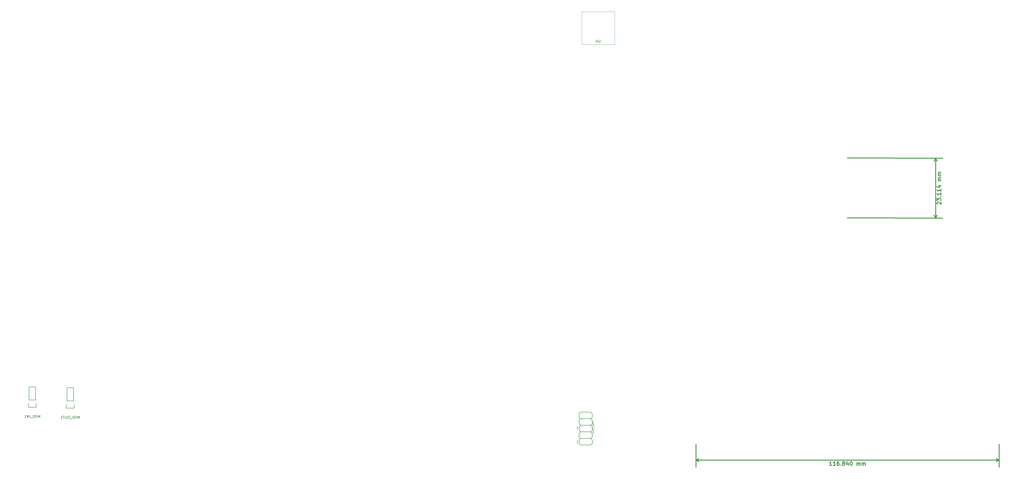
<source format=gbo>
G04 #@! TF.FileFunction,Legend,Bot*
%FSLAX46Y46*%
G04 Gerber Fmt 4.6, Leading zero omitted, Abs format (unit mm)*
G04 Created by KiCad (PCBNEW (2015-10-14 BZR 6269)-product) date Tuesday, October 20, 2015 'PMt' 02:20:26 PM*
%MOMM*%
G01*
G04 APERTURE LIST*
%ADD10C,0.100000*%
%ADD11C,0.300000*%
%ADD12C,0.127000*%
%ADD13C,0.150000*%
%ADD14C,0.070000*%
%ADD15R,2.500000X1.000000*%
%ADD16C,1.524000*%
%ADD17R,3.200000X3.200000*%
%ADD18R,2.286000X1.574800*%
%ADD19O,2.286000X1.574800*%
%ADD20C,1.676400*%
%ADD21R,1.676400X1.676400*%
%ADD22C,3.000000*%
%ADD23R,2.032000X1.727200*%
%ADD24O,2.032000X1.727200*%
%ADD25R,1.250000X3.000000*%
%ADD26R,3.000000X1.250000*%
%ADD27R,1.727200X1.727200*%
%ADD28O,1.727200X1.727200*%
G04 APERTURE END LIST*
D10*
D11*
X80923573Y-161794571D02*
X80066430Y-161794571D01*
X80495002Y-161794571D02*
X80495002Y-160294571D01*
X80352145Y-160508857D01*
X80209287Y-160651714D01*
X80066430Y-160723143D01*
X82352144Y-161794571D02*
X81495001Y-161794571D01*
X81923573Y-161794571D02*
X81923573Y-160294571D01*
X81780716Y-160508857D01*
X81637858Y-160651714D01*
X81495001Y-160723143D01*
X83637858Y-160294571D02*
X83352144Y-160294571D01*
X83209287Y-160366000D01*
X83137858Y-160437429D01*
X82995001Y-160651714D01*
X82923572Y-160937429D01*
X82923572Y-161508857D01*
X82995001Y-161651714D01*
X83066429Y-161723143D01*
X83209287Y-161794571D01*
X83495001Y-161794571D01*
X83637858Y-161723143D01*
X83709287Y-161651714D01*
X83780715Y-161508857D01*
X83780715Y-161151714D01*
X83709287Y-161008857D01*
X83637858Y-160937429D01*
X83495001Y-160866000D01*
X83209287Y-160866000D01*
X83066429Y-160937429D01*
X82995001Y-161008857D01*
X82923572Y-161151714D01*
X84423572Y-161651714D02*
X84495000Y-161723143D01*
X84423572Y-161794571D01*
X84352143Y-161723143D01*
X84423572Y-161651714D01*
X84423572Y-161794571D01*
X85352144Y-160937429D02*
X85209286Y-160866000D01*
X85137858Y-160794571D01*
X85066429Y-160651714D01*
X85066429Y-160580286D01*
X85137858Y-160437429D01*
X85209286Y-160366000D01*
X85352144Y-160294571D01*
X85637858Y-160294571D01*
X85780715Y-160366000D01*
X85852144Y-160437429D01*
X85923572Y-160580286D01*
X85923572Y-160651714D01*
X85852144Y-160794571D01*
X85780715Y-160866000D01*
X85637858Y-160937429D01*
X85352144Y-160937429D01*
X85209286Y-161008857D01*
X85137858Y-161080286D01*
X85066429Y-161223143D01*
X85066429Y-161508857D01*
X85137858Y-161651714D01*
X85209286Y-161723143D01*
X85352144Y-161794571D01*
X85637858Y-161794571D01*
X85780715Y-161723143D01*
X85852144Y-161651714D01*
X85923572Y-161508857D01*
X85923572Y-161223143D01*
X85852144Y-161080286D01*
X85780715Y-161008857D01*
X85637858Y-160937429D01*
X87209286Y-160794571D02*
X87209286Y-161794571D01*
X86852143Y-160223143D02*
X86495000Y-161294571D01*
X87423572Y-161294571D01*
X88280714Y-160294571D02*
X88423571Y-160294571D01*
X88566428Y-160366000D01*
X88637857Y-160437429D01*
X88709286Y-160580286D01*
X88780714Y-160866000D01*
X88780714Y-161223143D01*
X88709286Y-161508857D01*
X88637857Y-161651714D01*
X88566428Y-161723143D01*
X88423571Y-161794571D01*
X88280714Y-161794571D01*
X88137857Y-161723143D01*
X88066428Y-161651714D01*
X87995000Y-161508857D01*
X87923571Y-161223143D01*
X87923571Y-160866000D01*
X87995000Y-160580286D01*
X88066428Y-160437429D01*
X88137857Y-160366000D01*
X88280714Y-160294571D01*
X90566428Y-161794571D02*
X90566428Y-160794571D01*
X90566428Y-160937429D02*
X90637856Y-160866000D01*
X90780714Y-160794571D01*
X90994999Y-160794571D01*
X91137856Y-160866000D01*
X91209285Y-161008857D01*
X91209285Y-161794571D01*
X91209285Y-161008857D02*
X91280714Y-160866000D01*
X91423571Y-160794571D01*
X91637856Y-160794571D01*
X91780714Y-160866000D01*
X91852142Y-161008857D01*
X91852142Y-161794571D01*
X92566428Y-161794571D02*
X92566428Y-160794571D01*
X92566428Y-160937429D02*
X92637856Y-160866000D01*
X92780714Y-160794571D01*
X92994999Y-160794571D01*
X93137856Y-160866000D01*
X93209285Y-161008857D01*
X93209285Y-161794571D01*
X93209285Y-161008857D02*
X93280714Y-160866000D01*
X93423571Y-160794571D01*
X93637856Y-160794571D01*
X93780714Y-160866000D01*
X93852142Y-161008857D01*
X93852142Y-161794571D01*
X28575000Y-159766000D02*
X145415000Y-159766000D01*
X28575000Y-153670000D02*
X28575000Y-162466000D01*
X145415000Y-153670000D02*
X145415000Y-162466000D01*
X145415000Y-159766000D02*
X144288496Y-160352421D01*
X145415000Y-159766000D02*
X144288496Y-159179579D01*
X28575000Y-159766000D02*
X29701504Y-160352421D01*
X28575000Y-159766000D02*
X29701504Y-159179579D01*
X121590228Y-61040734D02*
X121518999Y-60969105D01*
X121447970Y-60826049D01*
X121448968Y-60468908D01*
X121520796Y-60326251D01*
X121592425Y-60255022D01*
X121735481Y-60183994D01*
X121878337Y-60184393D01*
X122092423Y-60256420D01*
X122947165Y-61115955D01*
X122949761Y-60187388D01*
X121451165Y-59683197D02*
X121453760Y-58754629D01*
X122023789Y-59256225D01*
X122024388Y-59041940D01*
X122096216Y-58899283D01*
X122167844Y-58828054D01*
X122310900Y-58757025D01*
X122668042Y-58758024D01*
X122810698Y-58829851D01*
X122881927Y-58901479D01*
X122952956Y-59044535D01*
X122951758Y-59473106D01*
X122879931Y-59615763D01*
X122808302Y-59686991D01*
X122812695Y-58115569D02*
X122884323Y-58044341D01*
X122955551Y-58115968D01*
X122883924Y-58187197D01*
X122812695Y-58115569D01*
X122955551Y-58115968D01*
X122959745Y-56615974D02*
X122957349Y-57473114D01*
X122958547Y-57044543D02*
X121458552Y-57040350D01*
X121672438Y-57183806D01*
X121814895Y-57327062D01*
X121885925Y-57470118D01*
X122963738Y-55187408D02*
X122961342Y-56044548D01*
X122962540Y-55615978D02*
X121462546Y-55611785D01*
X121676432Y-55755240D01*
X121818889Y-55898497D01*
X121889918Y-56041553D01*
X121967336Y-53898904D02*
X122967332Y-53901700D01*
X121394912Y-54254448D02*
X122465337Y-54614585D01*
X122467933Y-53686017D01*
X122972723Y-51973136D02*
X121972727Y-51970341D01*
X122115585Y-51970740D02*
X122044355Y-51899113D01*
X121973326Y-51756055D01*
X121973925Y-51541771D01*
X122045753Y-51399115D01*
X122188809Y-51328085D01*
X122974520Y-51330282D01*
X122188809Y-51328085D02*
X122046153Y-51256257D01*
X121975123Y-51113201D01*
X121975722Y-50898917D01*
X122047550Y-50756259D01*
X122190606Y-50685231D01*
X122976317Y-50687427D01*
X122978314Y-49973144D02*
X121978318Y-49970348D01*
X122121175Y-49970748D02*
X122049946Y-49899120D01*
X121978917Y-49756063D01*
X121979516Y-49541779D01*
X122051344Y-49399122D01*
X122194400Y-49328093D01*
X122980111Y-49330289D01*
X122194400Y-49328093D02*
X122051743Y-49256265D01*
X121980714Y-49113209D01*
X121981313Y-48898925D01*
X122053141Y-48756267D01*
X122196197Y-48685238D01*
X122981908Y-48687435D01*
X120968480Y-43275144D02*
X120903867Y-66389144D01*
X86932613Y-43180000D02*
X123668469Y-43267596D01*
X86868000Y-66294000D02*
X123603856Y-66381596D01*
X120903867Y-66389144D02*
X120320598Y-65261005D01*
X120903867Y-66389144D02*
X121493434Y-65264284D01*
X120968480Y-43275144D02*
X120378913Y-44400004D01*
X120968480Y-43275144D02*
X121551749Y-44403283D01*
D12*
X-16510000Y-143129000D02*
X-15875000Y-143764000D01*
X-12065000Y-143764000D02*
X-11430000Y-143129000D01*
X-11430000Y-143129000D02*
X-11430000Y-141859000D01*
X-11430000Y-141859000D02*
X-12065000Y-141224000D01*
X-12065000Y-141224000D02*
X-15875000Y-141224000D01*
X-15875000Y-141224000D02*
X-16510000Y-141859000D01*
X-16510000Y-141859000D02*
X-16510000Y-143129000D01*
X-16510000Y-144399000D02*
X-16510000Y-145669000D01*
X-15875000Y-143764000D02*
X-16510000Y-144399000D01*
X-12065000Y-143764000D02*
X-15875000Y-143764000D01*
X-11430000Y-144399000D02*
X-12065000Y-143764000D01*
X-11430000Y-145669000D02*
X-11430000Y-144399000D01*
X-12065000Y-146304000D02*
X-11430000Y-145669000D01*
X-16510000Y-145669000D02*
X-15875000Y-146304000D01*
X-16510000Y-148209000D02*
X-15875000Y-148844000D01*
X-12065000Y-148844000D02*
X-11430000Y-148209000D01*
X-11430000Y-148209000D02*
X-11430000Y-146939000D01*
X-11430000Y-146939000D02*
X-12065000Y-146304000D01*
X-12065000Y-146304000D02*
X-15875000Y-146304000D01*
X-15875000Y-146304000D02*
X-16510000Y-146939000D01*
X-16510000Y-146939000D02*
X-16510000Y-148209000D01*
X-16510000Y-149479000D02*
X-16510000Y-150749000D01*
X-15875000Y-148844000D02*
X-16510000Y-149479000D01*
X-12065000Y-148844000D02*
X-15875000Y-148844000D01*
X-11430000Y-149479000D02*
X-12065000Y-148844000D01*
X-11430000Y-150749000D02*
X-11430000Y-149479000D01*
X-12065000Y-151384000D02*
X-11430000Y-150749000D01*
X-16510000Y-150749000D02*
X-15875000Y-151384000D01*
X-16510000Y-153289000D02*
X-15875000Y-153924000D01*
X-15875000Y-153924000D02*
X-12065000Y-153924000D01*
X-12065000Y-153924000D02*
X-11430000Y-153289000D01*
X-11430000Y-153289000D02*
X-11430000Y-152019000D01*
X-11430000Y-152019000D02*
X-12065000Y-151384000D01*
X-12065000Y-151384000D02*
X-15875000Y-151384000D01*
X-15875000Y-151384000D02*
X-16510000Y-152019000D01*
X-16510000Y-152019000D02*
X-16510000Y-153289000D01*
X-17145000Y-153289000D02*
X-17145000Y-152019000D01*
D10*
X-2794000Y13335000D02*
X-15494000Y13335000D01*
X-15494000Y13335000D02*
X-15494000Y635000D01*
X-15494000Y635000D02*
X-2794000Y635000D01*
X-2794000Y635000D02*
X-2794000Y13335000D01*
D13*
X-228473000Y-136525000D02*
X-228473000Y-131445000D01*
X-228473000Y-131445000D02*
X-225933000Y-131445000D01*
X-225933000Y-131445000D02*
X-225933000Y-136525000D01*
X-225653000Y-139345000D02*
X-225653000Y-137795000D01*
X-225933000Y-136525000D02*
X-228473000Y-136525000D01*
X-228753000Y-137795000D02*
X-228753000Y-139345000D01*
X-228753000Y-139345000D02*
X-225653000Y-139345000D01*
X-213865953Y-136864001D02*
X-213865953Y-131784001D01*
X-213865953Y-131784001D02*
X-211325953Y-131784001D01*
X-211325953Y-131784001D02*
X-211325953Y-136864001D01*
X-211045953Y-139684001D02*
X-211045953Y-138134001D01*
X-211325953Y-136864001D02*
X-213865953Y-136864001D01*
X-214145953Y-138134001D02*
X-214145953Y-139684001D01*
X-214145953Y-139684001D02*
X-211045953Y-139684001D01*
D14*
X-16893410Y-146887453D02*
X-17393410Y-146887453D01*
X-17393410Y-147077929D01*
X-17369600Y-147125548D01*
X-17345790Y-147149357D01*
X-17298171Y-147173167D01*
X-17226743Y-147173167D01*
X-17179124Y-147149357D01*
X-17155314Y-147125548D01*
X-17131505Y-147077929D01*
X-17131505Y-146887453D01*
X-16893410Y-147649357D02*
X-16893410Y-147363643D01*
X-16893410Y-147506500D02*
X-17393410Y-147506500D01*
X-17321981Y-147458881D01*
X-17274362Y-147411262D01*
X-17250552Y-147363643D01*
X-10819629Y-145028696D02*
X-10795819Y-145004886D01*
X-10772010Y-144933458D01*
X-10772010Y-144885839D01*
X-10795819Y-144814410D01*
X-10843438Y-144766791D01*
X-10891057Y-144742982D01*
X-10986295Y-144719172D01*
X-11057724Y-144719172D01*
X-11152962Y-144742982D01*
X-11200581Y-144766791D01*
X-11248200Y-144814410D01*
X-11272010Y-144885839D01*
X-11272010Y-144933458D01*
X-11248200Y-145004886D01*
X-11224390Y-145028696D01*
X-11272010Y-145338220D02*
X-11272010Y-145433458D01*
X-11248200Y-145481077D01*
X-11200581Y-145528696D01*
X-11105343Y-145552505D01*
X-10938676Y-145552505D01*
X-10843438Y-145528696D01*
X-10795819Y-145481077D01*
X-10772010Y-145433458D01*
X-10772010Y-145338220D01*
X-10795819Y-145290601D01*
X-10843438Y-145242982D01*
X-10938676Y-145219172D01*
X-11105343Y-145219172D01*
X-11200581Y-145242982D01*
X-11248200Y-145290601D01*
X-11272010Y-145338220D01*
X-10772010Y-145766792D02*
X-11272010Y-145766792D01*
X-10772010Y-146052506D01*
X-11272010Y-146052506D01*
X-10772010Y-146290602D02*
X-11272010Y-146290602D01*
X-10772010Y-146576316D01*
X-11272010Y-146576316D01*
X-10724390Y-146695364D02*
X-10724390Y-147076316D01*
X-11272010Y-147290602D02*
X-11272010Y-147338221D01*
X-11248200Y-147385840D01*
X-11224390Y-147409649D01*
X-11176771Y-147433459D01*
X-11081533Y-147457268D01*
X-10962486Y-147457268D01*
X-10867248Y-147433459D01*
X-10819629Y-147409649D01*
X-10795819Y-147385840D01*
X-10772010Y-147338221D01*
X-10772010Y-147290602D01*
X-10795819Y-147242983D01*
X-10819629Y-147219173D01*
X-10867248Y-147195364D01*
X-10962486Y-147171554D01*
X-11081533Y-147171554D01*
X-11176771Y-147195364D01*
X-11224390Y-147219173D01*
X-11248200Y-147242983D01*
X-11272010Y-147290602D01*
X-11224390Y-147647744D02*
X-11248200Y-147671554D01*
X-11272010Y-147719173D01*
X-11272010Y-147838220D01*
X-11248200Y-147885839D01*
X-11224390Y-147909649D01*
X-11176771Y-147933458D01*
X-11129152Y-147933458D01*
X-11057724Y-147909649D01*
X-10772010Y-147623935D01*
X-10772010Y-147933458D01*
X-11272010Y-148100125D02*
X-10772010Y-148433458D01*
X-11272010Y-148433458D02*
X-10772010Y-148100125D01*
X-11272010Y-148719172D02*
X-11272010Y-148766791D01*
X-11248200Y-148814410D01*
X-11224390Y-148838219D01*
X-11176771Y-148862029D01*
X-11081533Y-148885838D01*
X-10962486Y-148885838D01*
X-10867248Y-148862029D01*
X-10819629Y-148838219D01*
X-10795819Y-148814410D01*
X-10772010Y-148766791D01*
X-10772010Y-148719172D01*
X-10795819Y-148671553D01*
X-10819629Y-148647743D01*
X-10867248Y-148623934D01*
X-10962486Y-148600124D01*
X-11081533Y-148600124D01*
X-11176771Y-148623934D01*
X-11224390Y-148647743D01*
X-11248200Y-148671553D01*
X-11272010Y-148719172D01*
X-11272010Y-149338219D02*
X-11272010Y-149100124D01*
X-11033914Y-149076314D01*
X-11057724Y-149100124D01*
X-11081533Y-149147743D01*
X-11081533Y-149266790D01*
X-11057724Y-149314409D01*
X-11033914Y-149338219D01*
X-10986295Y-149362028D01*
X-10867248Y-149362028D01*
X-10819629Y-149338219D01*
X-10795819Y-149314409D01*
X-10772010Y-149266790D01*
X-10772010Y-149147743D01*
X-10795819Y-149100124D01*
X-10819629Y-149076314D01*
D13*
X-8382095Y2452619D02*
X-8382095Y1643095D01*
X-8429714Y1547857D01*
X-8477333Y1500238D01*
X-8572571Y1452619D01*
X-8763048Y1452619D01*
X-8858286Y1500238D01*
X-8905905Y1547857D01*
X-8953524Y1643095D01*
X-8953524Y2452619D01*
X-9858286Y2119286D02*
X-9858286Y1452619D01*
X-9620190Y2500238D02*
X-9382095Y1785952D01*
X-10001143Y1785952D01*
X-224274429Y-143347381D02*
X-224274429Y-142347381D01*
X-224607763Y-143061667D01*
X-224941096Y-142347381D01*
X-224941096Y-143347381D01*
X-225417286Y-143347381D02*
X-225417286Y-142347381D01*
X-225893476Y-143347381D02*
X-225893476Y-142347381D01*
X-226131571Y-142347381D01*
X-226274429Y-142395000D01*
X-226369667Y-142490238D01*
X-226417286Y-142585476D01*
X-226464905Y-142775952D01*
X-226464905Y-142918810D01*
X-226417286Y-143109286D01*
X-226369667Y-143204524D01*
X-226274429Y-143299762D01*
X-226131571Y-143347381D01*
X-225893476Y-143347381D01*
X-226893476Y-143347381D02*
X-226893476Y-142347381D01*
X-227131571Y-143442619D02*
X-227893476Y-143442619D01*
X-228131571Y-143347381D02*
X-228131571Y-142347381D01*
X-228607761Y-143347381D02*
X-228607761Y-142347381D01*
X-229179190Y-143347381D01*
X-229179190Y-142347381D01*
X-230179190Y-143347381D02*
X-229607761Y-143347381D01*
X-229893475Y-143347381D02*
X-229893475Y-142347381D01*
X-229798237Y-142490238D01*
X-229702999Y-142585476D01*
X-229607761Y-142633095D01*
X-209000715Y-143686382D02*
X-209000715Y-142686382D01*
X-209334049Y-143400668D01*
X-209667382Y-142686382D01*
X-209667382Y-143686382D01*
X-210143572Y-143686382D02*
X-210143572Y-142686382D01*
X-210619762Y-143686382D02*
X-210619762Y-142686382D01*
X-210857857Y-142686382D01*
X-211000715Y-142734001D01*
X-211095953Y-142829239D01*
X-211143572Y-142924477D01*
X-211191191Y-143114953D01*
X-211191191Y-143257811D01*
X-211143572Y-143448287D01*
X-211095953Y-143543525D01*
X-211000715Y-143638763D01*
X-210857857Y-143686382D01*
X-210619762Y-143686382D01*
X-211619762Y-143686382D02*
X-211619762Y-142686382D01*
X-211857857Y-143781620D02*
X-212619762Y-143781620D01*
X-213048333Y-142686382D02*
X-213238810Y-142686382D01*
X-213334048Y-142734001D01*
X-213429286Y-142829239D01*
X-213476905Y-143019715D01*
X-213476905Y-143353049D01*
X-213429286Y-143543525D01*
X-213334048Y-143638763D01*
X-213238810Y-143686382D01*
X-213048333Y-143686382D01*
X-212953095Y-143638763D01*
X-212857857Y-143543525D01*
X-212810238Y-143353049D01*
X-212810238Y-143019715D01*
X-212857857Y-142829239D01*
X-212953095Y-142734001D01*
X-213048333Y-142686382D01*
X-213905476Y-142686382D02*
X-213905476Y-143495906D01*
X-213953095Y-143591144D01*
X-214000714Y-143638763D01*
X-214095952Y-143686382D01*
X-214286429Y-143686382D01*
X-214381667Y-143638763D01*
X-214429286Y-143591144D01*
X-214476905Y-143495906D01*
X-214476905Y-142686382D01*
X-214810238Y-142686382D02*
X-215381667Y-142686382D01*
X-215095952Y-143686382D02*
X-215095952Y-142686382D01*
X-216238810Y-143686382D02*
X-215667381Y-143686382D01*
X-215953095Y-143686382D02*
X-215953095Y-142686382D01*
X-215857857Y-142829239D01*
X-215762619Y-142924477D01*
X-215667381Y-142972096D01*
%LPC*%
D11*
X258154285Y-160633049D02*
X258154285Y-159133049D01*
X257582857Y-159133049D01*
X257439999Y-159204478D01*
X257368571Y-159275907D01*
X257297142Y-159418764D01*
X257297142Y-159633049D01*
X257368571Y-159775907D01*
X257439999Y-159847335D01*
X257582857Y-159918764D01*
X258154285Y-159918764D01*
X255797142Y-160633049D02*
X256297142Y-159918764D01*
X256654285Y-160633049D02*
X256654285Y-159133049D01*
X256082857Y-159133049D01*
X255939999Y-159204478D01*
X255868571Y-159275907D01*
X255797142Y-159418764D01*
X255797142Y-159633049D01*
X255868571Y-159775907D01*
X255939999Y-159847335D01*
X256082857Y-159918764D01*
X256654285Y-159918764D01*
X254868571Y-159133049D02*
X254582857Y-159133049D01*
X254439999Y-159204478D01*
X254297142Y-159347335D01*
X254225714Y-159633049D01*
X254225714Y-160133049D01*
X254297142Y-160418764D01*
X254439999Y-160561621D01*
X254582857Y-160633049D01*
X254868571Y-160633049D01*
X255011428Y-160561621D01*
X255154285Y-160418764D01*
X255225714Y-160133049D01*
X255225714Y-159633049D01*
X255154285Y-159347335D01*
X255011428Y-159204478D01*
X254868571Y-159133049D01*
X253797142Y-159133049D02*
X252939999Y-159133049D01*
X253368570Y-160633049D02*
X253368570Y-159133049D01*
X252154285Y-159133049D02*
X251868571Y-159133049D01*
X251725713Y-159204478D01*
X251582856Y-159347335D01*
X251511428Y-159633049D01*
X251511428Y-160133049D01*
X251582856Y-160418764D01*
X251725713Y-160561621D01*
X251868571Y-160633049D01*
X252154285Y-160633049D01*
X252297142Y-160561621D01*
X252439999Y-160418764D01*
X252511428Y-160133049D01*
X252511428Y-159633049D01*
X252439999Y-159347335D01*
X252297142Y-159204478D01*
X252154285Y-159133049D01*
X251082856Y-159133049D02*
X250225713Y-159133049D01*
X250654284Y-160633049D02*
X250654284Y-159133049D01*
X249439999Y-159918764D02*
X249439999Y-160633049D01*
X249939999Y-159133049D02*
X249439999Y-159918764D01*
X248939999Y-159133049D01*
X248439999Y-160633049D02*
X248439999Y-159133049D01*
X247868571Y-159133049D01*
X247725713Y-159204478D01*
X247654285Y-159275907D01*
X247582856Y-159418764D01*
X247582856Y-159633049D01*
X247654285Y-159775907D01*
X247725713Y-159847335D01*
X247868571Y-159918764D01*
X248439999Y-159918764D01*
X246939999Y-159847335D02*
X246439999Y-159847335D01*
X246225713Y-160633049D02*
X246939999Y-160633049D01*
X246939999Y-159133049D01*
X246225713Y-159133049D01*
X244511428Y-159633049D02*
X243439999Y-159633049D01*
X244082856Y-158990192D02*
X244511428Y-160918764D01*
X243582856Y-160275907D02*
X244654285Y-160275907D01*
X244011428Y-160918764D02*
X243582856Y-158990192D01*
X242297142Y-159133049D02*
X242582856Y-159133049D01*
X242725713Y-159204478D01*
X242797142Y-159275907D01*
X242939999Y-159490192D01*
X243011428Y-159775907D01*
X243011428Y-160347335D01*
X242939999Y-160490192D01*
X242868571Y-160561621D01*
X242725713Y-160633049D01*
X242439999Y-160633049D01*
X242297142Y-160561621D01*
X242225713Y-160490192D01*
X242154285Y-160347335D01*
X242154285Y-159990192D01*
X242225713Y-159847335D01*
X242297142Y-159775907D01*
X242439999Y-159704478D01*
X242725713Y-159704478D01*
X242868571Y-159775907D01*
X242939999Y-159847335D01*
X243011428Y-159990192D01*
X258047142Y-161533049D02*
X257761428Y-161533049D01*
X257618570Y-161604478D01*
X257475713Y-161747335D01*
X257404285Y-162033049D01*
X257404285Y-162533049D01*
X257475713Y-162818764D01*
X257618570Y-162961621D01*
X257761428Y-163033049D01*
X258047142Y-163033049D01*
X258189999Y-162961621D01*
X258332856Y-162818764D01*
X258404285Y-162533049D01*
X258404285Y-162033049D01*
X258332856Y-161747335D01*
X258189999Y-161604478D01*
X258047142Y-161533049D01*
X255904284Y-162890192D02*
X255975713Y-162961621D01*
X256189999Y-163033049D01*
X256332856Y-163033049D01*
X256547141Y-162961621D01*
X256689999Y-162818764D01*
X256761427Y-162675907D01*
X256832856Y-162390192D01*
X256832856Y-162175907D01*
X256761427Y-161890192D01*
X256689999Y-161747335D01*
X256547141Y-161604478D01*
X256332856Y-161533049D01*
X256189999Y-161533049D01*
X255975713Y-161604478D01*
X255904284Y-161675907D01*
X255475713Y-161533049D02*
X254618570Y-161533049D01*
X255047141Y-163033049D02*
X255047141Y-161533049D01*
X253832856Y-161533049D02*
X253547142Y-161533049D01*
X253404284Y-161604478D01*
X253261427Y-161747335D01*
X253189999Y-162033049D01*
X253189999Y-162533049D01*
X253261427Y-162818764D01*
X253404284Y-162961621D01*
X253547142Y-163033049D01*
X253832856Y-163033049D01*
X253975713Y-162961621D01*
X254118570Y-162818764D01*
X254189999Y-162533049D01*
X254189999Y-162033049D01*
X254118570Y-161747335D01*
X253975713Y-161604478D01*
X253832856Y-161533049D01*
X252047141Y-162247335D02*
X251832855Y-162318764D01*
X251761427Y-162390192D01*
X251689998Y-162533049D01*
X251689998Y-162747335D01*
X251761427Y-162890192D01*
X251832855Y-162961621D01*
X251975713Y-163033049D01*
X252547141Y-163033049D01*
X252547141Y-161533049D01*
X252047141Y-161533049D01*
X251904284Y-161604478D01*
X251832855Y-161675907D01*
X251761427Y-161818764D01*
X251761427Y-161961621D01*
X251832855Y-162104478D01*
X251904284Y-162175907D01*
X252047141Y-162247335D01*
X252547141Y-162247335D01*
X251047141Y-162247335D02*
X250547141Y-162247335D01*
X250332855Y-163033049D02*
X251047141Y-163033049D01*
X251047141Y-161533049D01*
X250332855Y-161533049D01*
X248832855Y-163033049D02*
X249332855Y-162318764D01*
X249689998Y-163033049D02*
X249689998Y-161533049D01*
X249118570Y-161533049D01*
X248975712Y-161604478D01*
X248904284Y-161675907D01*
X248832855Y-161818764D01*
X248832855Y-162033049D01*
X248904284Y-162175907D01*
X248975712Y-162247335D01*
X249118570Y-162318764D01*
X249689998Y-162318764D01*
X247118570Y-161675907D02*
X247047141Y-161604478D01*
X246904284Y-161533049D01*
X246547141Y-161533049D01*
X246404284Y-161604478D01*
X246332855Y-161675907D01*
X246261427Y-161818764D01*
X246261427Y-161961621D01*
X246332855Y-162175907D01*
X247189998Y-163033049D01*
X246261427Y-163033049D01*
X245332856Y-161533049D02*
X245189999Y-161533049D01*
X245047142Y-161604478D01*
X244975713Y-161675907D01*
X244904284Y-161818764D01*
X244832856Y-162104478D01*
X244832856Y-162461621D01*
X244904284Y-162747335D01*
X244975713Y-162890192D01*
X245047142Y-162961621D01*
X245189999Y-163033049D01*
X245332856Y-163033049D01*
X245475713Y-162961621D01*
X245547142Y-162890192D01*
X245618570Y-162747335D01*
X245689999Y-162461621D01*
X245689999Y-162104478D01*
X245618570Y-161818764D01*
X245547142Y-161675907D01*
X245475713Y-161604478D01*
X245332856Y-161533049D01*
X243404285Y-163033049D02*
X244261428Y-163033049D01*
X243832856Y-163033049D02*
X243832856Y-161533049D01*
X243975713Y-161747335D01*
X244118571Y-161890192D01*
X244261428Y-161961621D01*
X242047142Y-161533049D02*
X242761428Y-161533049D01*
X242832857Y-162247335D01*
X242761428Y-162175907D01*
X242618571Y-162104478D01*
X242261428Y-162104478D01*
X242118571Y-162175907D01*
X242047142Y-162247335D01*
X241975714Y-162390192D01*
X241975714Y-162747335D01*
X242047142Y-162890192D01*
X242118571Y-162961621D01*
X242261428Y-163033049D01*
X242618571Y-163033049D01*
X242761428Y-162961621D01*
X242832857Y-162890192D01*
X280894999Y-159133049D02*
X279894999Y-159133049D01*
X280894999Y-160633049D01*
X279894999Y-160633049D01*
X279323571Y-159847335D02*
X278823571Y-159847335D01*
X278609285Y-160633049D02*
X279323571Y-160633049D01*
X279323571Y-159133049D01*
X278609285Y-159133049D01*
X278180714Y-159133049D02*
X277323571Y-159133049D01*
X277752142Y-160633049D02*
X277752142Y-159133049D01*
X276895000Y-160204478D02*
X276180714Y-160204478D01*
X277037857Y-160633049D02*
X276537857Y-159133049D01*
X276037857Y-160633049D01*
X275252143Y-159133049D02*
X274966429Y-159133049D01*
X274823571Y-159204478D01*
X274680714Y-159347335D01*
X274609286Y-159633049D01*
X274609286Y-160133049D01*
X274680714Y-160418764D01*
X274823571Y-160561621D01*
X274966429Y-160633049D01*
X275252143Y-160633049D01*
X275395000Y-160561621D01*
X275537857Y-160418764D01*
X275609286Y-160133049D01*
X275609286Y-159633049D01*
X275537857Y-159347335D01*
X275395000Y-159204478D01*
X275252143Y-159133049D01*
X273966428Y-160633049D02*
X273966428Y-159133049D01*
X273966428Y-159847335D02*
X273109285Y-159847335D01*
X273109285Y-160633049D02*
X273109285Y-159133049D01*
X272394999Y-160633049D02*
X272394999Y-159133049D01*
X271894999Y-160204478D01*
X271394999Y-159133049D01*
X271394999Y-160633049D01*
X269609285Y-160204478D02*
X268894999Y-160204478D01*
X269752142Y-160633049D02*
X269252142Y-159133049D01*
X268752142Y-160633049D01*
X267752142Y-159847335D02*
X268252142Y-159847335D01*
X268252142Y-160633049D02*
X268252142Y-159133049D01*
X267537856Y-159133049D01*
X267109285Y-159133049D02*
X266109285Y-160633049D01*
X266109285Y-159133049D02*
X267109285Y-160633049D01*
X265537857Y-160061621D02*
X264395000Y-160061621D01*
X263395000Y-159133049D02*
X263252143Y-159133049D01*
X263109286Y-159204478D01*
X263037857Y-159275907D01*
X262966428Y-159418764D01*
X262895000Y-159704478D01*
X262895000Y-160061621D01*
X262966428Y-160347335D01*
X263037857Y-160490192D01*
X263109286Y-160561621D01*
X263252143Y-160633049D01*
X263395000Y-160633049D01*
X263537857Y-160561621D01*
X263609286Y-160490192D01*
X263680714Y-160347335D01*
X263752143Y-160061621D01*
X263752143Y-159704478D01*
X263680714Y-159418764D01*
X263609286Y-159275907D01*
X263537857Y-159204478D01*
X263395000Y-159133049D01*
X261466429Y-160633049D02*
X262323572Y-160633049D01*
X261895000Y-160633049D02*
X261895000Y-159133049D01*
X262037857Y-159347335D01*
X262180715Y-159490192D01*
X262323572Y-159561621D01*
X279145000Y-161533049D02*
X278287857Y-161533049D01*
X278716428Y-163033049D02*
X278716428Y-161533049D01*
X277787857Y-162247335D02*
X277287857Y-162247335D01*
X277073571Y-163033049D02*
X277787857Y-163033049D01*
X277787857Y-161533049D01*
X277073571Y-161533049D01*
X276430714Y-163033049D02*
X276430714Y-161533049D01*
X275573571Y-163033049D01*
X275573571Y-161533049D01*
X274859285Y-163033049D02*
X274859285Y-161533049D01*
X274002142Y-163033049D02*
X274644999Y-162175907D01*
X274002142Y-161533049D02*
X274859285Y-162390192D01*
X273430714Y-162604478D02*
X272716428Y-162604478D01*
X273573571Y-163033049D02*
X273073571Y-161533049D01*
X272573571Y-163033049D01*
X272073571Y-163033049D02*
X272073571Y-161533049D01*
X270216428Y-163033049D02*
X270216428Y-161533049D01*
X269359285Y-163033049D02*
X270002142Y-162175907D01*
X269359285Y-161533049D02*
X270216428Y-162390192D01*
X268787857Y-162604478D02*
X268073571Y-162604478D01*
X268930714Y-163033049D02*
X268430714Y-161533049D01*
X267930714Y-163033049D01*
X266573571Y-163033049D02*
X267073571Y-162318764D01*
X267430714Y-163033049D02*
X267430714Y-161533049D01*
X266859286Y-161533049D01*
X266716428Y-161604478D01*
X266645000Y-161675907D01*
X266573571Y-161818764D01*
X266573571Y-162033049D01*
X266645000Y-162175907D01*
X266716428Y-162247335D01*
X266859286Y-162318764D01*
X267430714Y-162318764D01*
X265930714Y-163033049D02*
X265930714Y-161533049D01*
X264930714Y-162318764D02*
X264930714Y-163033049D01*
X265430714Y-161533049D02*
X264930714Y-162318764D01*
X264430714Y-161533049D01*
X264002143Y-162604478D02*
X263287857Y-162604478D01*
X264145000Y-163033049D02*
X263645000Y-161533049D01*
X263145000Y-163033049D01*
D15*
X126746000Y-130970000D03*
X126746000Y-139270000D03*
X126746000Y-142370000D03*
D16*
X134295927Y-60052305D03*
X134295927Y-62552305D03*
X134295927Y-65052305D03*
X148795927Y-65052305D03*
X148795927Y-60052305D03*
D17*
X141795927Y-56852305D03*
X141795927Y-68252305D03*
D18*
X-187833000Y-78359000D03*
D19*
X-187833000Y-75819000D03*
X-187833000Y-73279000D03*
X-187833000Y-70739000D03*
X-195453000Y-70739000D03*
X-195453000Y-73279000D03*
X-195453000Y-75819000D03*
X-195453000Y-78359000D03*
D20*
X-12700000Y-142494000D03*
X-15240000Y-142494000D03*
X-15240000Y-145034000D03*
X-12700000Y-145034000D03*
X-12700000Y-147574000D03*
X-15240000Y-147574000D03*
X-15240000Y-150114000D03*
X-12700000Y-150114000D03*
X-12700000Y-152654000D03*
D21*
X-15240000Y-152654000D03*
D16*
X-4064000Y12065000D03*
X-4064000Y9525000D03*
X-4064000Y6985000D03*
X-4064000Y4445000D03*
X-4064000Y1905000D03*
X-14224000Y1905000D03*
X-14224000Y12065000D03*
X-14224000Y9525000D03*
X-14224000Y6985000D03*
X-14224000Y4445000D03*
D22*
X-233426000Y-59309000D03*
X-204216000Y-59309000D03*
D16*
X-227711000Y-30099000D03*
X-225171000Y-30099000D03*
X-209931000Y-30099000D03*
X-212471000Y-30099000D03*
X-215011000Y-30099000D03*
X-217551000Y-30099000D03*
X-220091000Y-30099000D03*
X-222631000Y-30099000D03*
D22*
X-233426000Y-30099000D03*
X-233426000Y-30099000D03*
D16*
X-222631000Y-30099000D03*
X-220091000Y-30099000D03*
X-217551000Y-30099000D03*
X-215011000Y-30099000D03*
X-212471000Y-30099000D03*
X-209931000Y-30099000D03*
X-225171000Y-30099000D03*
X-227711000Y-30099000D03*
D22*
X-204216000Y-30099000D03*
D16*
X124146144Y-48063638D03*
X124146144Y-50563638D03*
X124146144Y-53063638D03*
X138646144Y-53063638D03*
X138646144Y-48063638D03*
D17*
X131646144Y-44863638D03*
X131646144Y-56263638D03*
D15*
X106411888Y-152494000D03*
X106411888Y-144194000D03*
X106411888Y-141094000D03*
X68763444Y-152494000D03*
X68763444Y-144194000D03*
X68763444Y-141094000D03*
X96999777Y-152494000D03*
X96999777Y-144194000D03*
X96999777Y-141094000D03*
X78175555Y-152494000D03*
X78175555Y-144194000D03*
X78175555Y-141094000D03*
X70146328Y-130970000D03*
X70146328Y-139270000D03*
X70146328Y-142370000D03*
X79586660Y-130970000D03*
X79586660Y-139270000D03*
X79586660Y-142370000D03*
X98467324Y-130970000D03*
X98467324Y-139270000D03*
X98467324Y-142370000D03*
D23*
X-227203000Y-137795000D03*
D24*
X-227203000Y-135255000D03*
X-227203000Y-132715000D03*
D23*
X-212595953Y-138134001D03*
D24*
X-212595953Y-135594001D03*
X-212595953Y-133054001D03*
D15*
X107907656Y-130970000D03*
X107907656Y-139270000D03*
X107907656Y-142370000D03*
D16*
X30734000Y-63881000D03*
X33274000Y-63881000D03*
X35814000Y-63881000D03*
X38354000Y-63881000D03*
X40894000Y-63881000D03*
X43434000Y-63881000D03*
X45974000Y-63881000D03*
X48514000Y-63881000D03*
X51054000Y-63881000D03*
X53594000Y-63881000D03*
X56134000Y-63881000D03*
X58674000Y-63881000D03*
X58674000Y-48641000D03*
X56134000Y-48641000D03*
X53594000Y-48641000D03*
X51054000Y-48641000D03*
X48514000Y-48641000D03*
X45974000Y-48641000D03*
X43434000Y-48641000D03*
X40894000Y-48641000D03*
X38354000Y-48641000D03*
X35814000Y-48641000D03*
X33274000Y-48641000D03*
X56134000Y-51181000D03*
X53594000Y-51181000D03*
X58674000Y-51181000D03*
X58674000Y-53721000D03*
X25654000Y-63881000D03*
X58674000Y-58801000D03*
X58674000Y-61341000D03*
X25654000Y-48641000D03*
X28194000Y-48641000D03*
X30734000Y-48641000D03*
X58674000Y-56261000D03*
X28194000Y-63881000D03*
D25*
X128468000Y-146674000D03*
D26*
X124068000Y-151974000D03*
X124068000Y-144274000D03*
D27*
X78105000Y-52324000D03*
D28*
X78105000Y-49784000D03*
X80645000Y-52324000D03*
X80645000Y-49784000D03*
X83185000Y-52324000D03*
X83185000Y-49784000D03*
X85725000Y-52324000D03*
X85725000Y-49784000D03*
X88265000Y-52324000D03*
X88265000Y-49784000D03*
X90805000Y-52324000D03*
X90805000Y-49784000D03*
X93345000Y-52324000D03*
X93345000Y-49784000D03*
X95885000Y-52324000D03*
X95885000Y-49784000D03*
D15*
X31115000Y-152494000D03*
X31115000Y-144194000D03*
X31115000Y-141094000D03*
X32385000Y-130970000D03*
X32385000Y-139270000D03*
X32385000Y-142370000D03*
X41825332Y-130970000D03*
X41825332Y-139270000D03*
X41825332Y-142370000D03*
X40527111Y-152494000D03*
X40527111Y-144194000D03*
X40527111Y-141094000D03*
X51265664Y-130970000D03*
X51265664Y-139270000D03*
X51265664Y-142370000D03*
X60705996Y-130970000D03*
X60705996Y-139270000D03*
X60705996Y-142370000D03*
X49939222Y-152494000D03*
X49939222Y-144194000D03*
X49939222Y-141094000D03*
X59351333Y-152494000D03*
X59351333Y-144194000D03*
X59351333Y-141094000D03*
X89026992Y-130970000D03*
X89026992Y-139270000D03*
X89026992Y-142370000D03*
X87587666Y-152494000D03*
X87587666Y-144194000D03*
X87587666Y-141094000D03*
X117347988Y-130970000D03*
X117347988Y-139270000D03*
X117347988Y-142370000D03*
X115823999Y-152494000D03*
X115823999Y-144194000D03*
X115823999Y-141094000D03*
D16*
X-17208500Y-22115001D03*
X-23812500Y-22115001D03*
X-23812500Y-26687001D03*
X-17208500Y-26687001D03*
X-17208500Y-22115001D03*
X-23812500Y-22115001D03*
X-23812500Y-26687001D03*
X-17208500Y-26687001D03*
X-17208500Y-22115001D03*
X-23812500Y-22115001D03*
X-23812500Y-26687001D03*
X-17208500Y-26687001D03*
X-17208500Y-22115001D03*
X-23812500Y-22115001D03*
X-23812500Y-26687001D03*
X-17208500Y-26687001D03*
X-17208500Y-22115001D03*
X-23812500Y-22115001D03*
X-23812500Y-26687001D03*
X-17208500Y-26687001D03*
X-17208500Y-22115001D03*
X-23812500Y-22115001D03*
X-23812500Y-26687001D03*
X-17208500Y-26687001D03*
X-17208500Y-22115001D03*
X-23812500Y-22115001D03*
X-23812500Y-26687001D03*
X-17208500Y-26687001D03*
X-17208500Y-22115001D03*
X-23812500Y-22115001D03*
X-23812500Y-26687001D03*
X-17208500Y-26687001D03*
X-17208500Y-22115001D03*
X-23812500Y-22115001D03*
X-23812500Y-26687001D03*
X-17208500Y-26687001D03*
X-17208500Y-22115001D03*
X-23812500Y-22115001D03*
X-23812500Y-26687001D03*
X-17208500Y-26687001D03*
X-17208500Y-22115001D03*
X-23812500Y-22115001D03*
X-23812500Y-26687001D03*
X-17208500Y-26687001D03*
X-17208500Y-22115001D03*
X-23812500Y-22115001D03*
X-23812500Y-26687001D03*
X-17208500Y-26687001D03*
X-17208500Y-22115001D03*
X-23812500Y-22115001D03*
X-23812500Y-26687001D03*
X-17208500Y-26687001D03*
X-17208500Y-22115001D03*
X-23812500Y-22115001D03*
X-23812500Y-26687001D03*
X-17208500Y-26687001D03*
X-17208500Y-22115001D03*
X-23812500Y-22115001D03*
X-23812500Y-26687001D03*
X-17208500Y-26687001D03*
X-17208500Y-22115001D03*
X-23812500Y-22115001D03*
X-23812500Y-26687001D03*
X-17208500Y-26687001D03*
X-17208500Y-22115001D03*
X-23812500Y-22115001D03*
X-23812500Y-26687001D03*
X-17208500Y-26687001D03*
X-17208500Y-22115001D03*
X-23812500Y-22115001D03*
X-23812500Y-26687001D03*
X-17208500Y-26687001D03*
X-17208500Y-22115001D03*
X-23812500Y-22115001D03*
X-23812500Y-26687001D03*
X-17208500Y-26687001D03*
X-17208500Y-22115001D03*
X-23812500Y-22115001D03*
X-23812500Y-26687001D03*
X-17208500Y-26687001D03*
X-17208500Y-22115001D03*
X-23812500Y-22115001D03*
X-23812500Y-26687001D03*
X-17208500Y-26687001D03*
X-17208500Y-22115001D03*
X-23812500Y-22115001D03*
X-23812500Y-26687001D03*
X-17208500Y-26687001D03*
X-17208500Y-22115001D03*
X-23812500Y-22115001D03*
X-23812500Y-26687001D03*
X-17208500Y-26687001D03*
X-17208500Y-22115001D03*
X-23812500Y-22115001D03*
X-23812500Y-26687001D03*
X-17208500Y-26687001D03*
X-17208500Y-22115001D03*
X-23812500Y-22115001D03*
X-23812500Y-26687001D03*
X-17208500Y-26687001D03*
M02*

</source>
